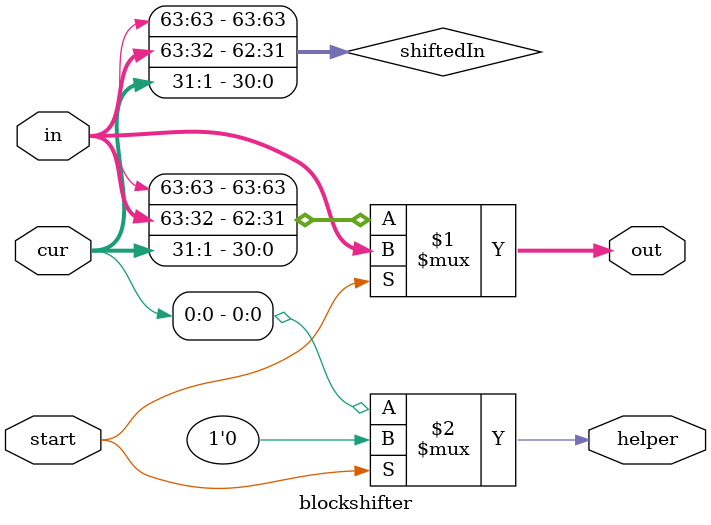
<source format=v>
module blockshifter(in, cur, start, out, helper);
	input [63:0] in, cur;
	input start;
	
	output [63:0] out;
	output helper;
	
	wire [63:0] shiftedIn;

	assign shiftedIn[30:0] = cur[31:1];
	assign shiftedIn[62:31] = in[63:32];
	assign shiftedIn[63] = in[63];
	
	assign out = start ? in : shiftedIn;
	assign helper = start ? 1'b0 : cur[0];
	
endmodule

</source>
